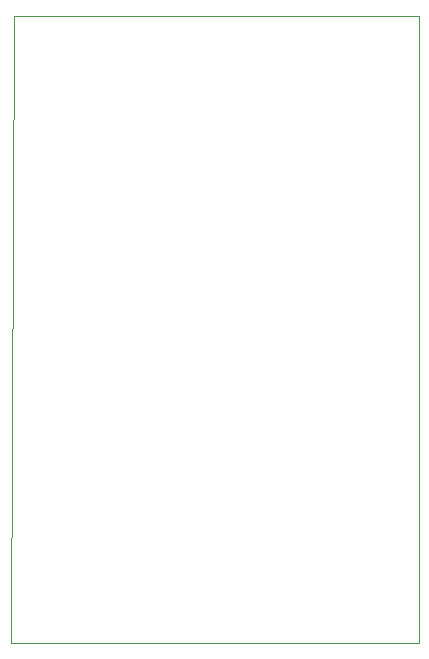
<source format=gbr>
%TF.GenerationSoftware,KiCad,Pcbnew,(5.1.8)-1*%
%TF.CreationDate,2020-12-20T06:36:15+01:00*%
%TF.ProjectId,Fire Sensor,46697265-2053-4656-9e73-6f722e6b6963,rev?*%
%TF.SameCoordinates,Original*%
%TF.FileFunction,Profile,NP*%
%FSLAX46Y46*%
G04 Gerber Fmt 4.6, Leading zero omitted, Abs format (unit mm)*
G04 Created by KiCad (PCBNEW (5.1.8)-1) date 2020-12-20 06:36:15*
%MOMM*%
%LPD*%
G01*
G04 APERTURE LIST*
%TA.AperFunction,Profile*%
%ADD10C,0.050000*%
%TD*%
G04 APERTURE END LIST*
D10*
X108712000Y-118364000D02*
X108966000Y-65278000D01*
X143256000Y-118364000D02*
X108712000Y-118364000D01*
X143256000Y-65278000D02*
X143256000Y-118364000D01*
X108966000Y-65278000D02*
X143256000Y-65278000D01*
M02*

</source>
